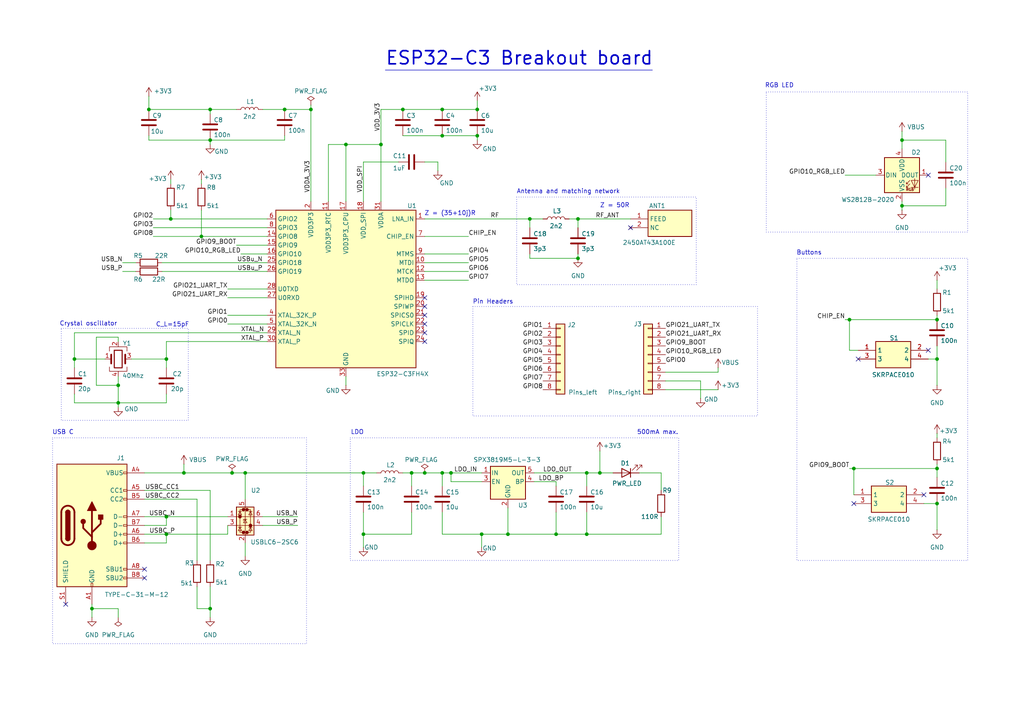
<source format=kicad_sch>
(kicad_sch (version 20250114) (generator "eeschema") (generator_version "9.0")
  (paper "A4")
  (title_block (title "ESP32-C3 Breakout board") (rev "0.1"))
  (lib_symbols
    (symbol "2450AT43A100E:2450AT43A100E"
      (property "Reference" "ANT" (at 19.05 7.62 0))
      (property "Value" "2450AT43A100E" (at 19.05 5.08 0))
      (symbol "2450AT43A100E_1_1"
        (pin input line (at 0 0 0) (length 5.08) (name "FEED") (number "1"))
        (pin no_connect line (at 0 -2.54 0) (length 5.08) (name "NC") (number "2"))
      )
    )
    (symbol "Connector:USB_C_Receptacle_USB2.0_16P" (pin_names (offset 1.016))
      (property "Reference" "J1" (at 8.382 19.558 0))
      (property "Value" "TYPE-C-31-M-12" (at 12.954 -20.066 0))
      (symbol "USB_C_Receptacle_USB2.0_16P_1_1"
        (pin passive line (at -7.62 -22.86 90) (length 5.08) (name "SHIELD") (number "S1"))
        (pin passive line (at 0 -22.86 90) (length 5.08) (name "GND") (number "A1"))
        (pin passive line (at 0 -22.86 90) (length 5.08) (hide yes) (name "GND") (number "A12"))
        (pin passive line (at 0 -22.86 90) (length 5.08) (hide yes) (name "GND") (number "B1"))
        (pin passive line (at 0 -22.86 90) (length 5.08) (hide yes) (name "GND") (number "B12"))
        (pin passive line (at 15.24 15.24 180) (length 5.08) (name "VBUS") (number "A4"))
        (pin passive line (at 15.24 15.24 180) (length 5.08) (hide yes) (name "VBUS") (number "A9"))
        (pin passive line (at 15.24 15.24 180) (length 5.08) (hide yes) (name "VBUS") (number "B4"))
        (pin passive line (at 15.24 15.24 180) (length 5.08) (hide yes) (name "VBUS") (number "B9"))
        (pin bidirectional line (at 15.24 10.16 180) (length 5.08) (name "CC1") (number "A5"))
        (pin bidirectional line (at 15.24 7.62 180) (length 5.08) (name "CC2") (number "B5"))
        (pin bidirectional line (at 15.24 2.54 180) (length 5.08) (name "D-") (number "A7"))
        (pin bidirectional line (at 15.24 0 180) (length 5.08) (name "D-") (number "B7"))
        (pin bidirectional line (at 15.24 -2.54 180) (length 5.08) (name "D+") (number "A6"))
        (pin bidirectional line (at 15.24 -5.08 180) (length 5.08) (name "D+") (number "B6"))
        (pin bidirectional line (at 15.24 -12.7 180) (length 5.08) (name "SBU1") (number "A8"))
        (pin bidirectional line (at 15.24 -15.24 180) (length 5.08) (name "SBU2") (number "B8"))
      )
    )
    (symbol "Connector_Generic:Conn_01x08" (pin_names (offset 1.016) (hide yes))
      (property "Reference" "J" (at 0 10.16 0))
      (property "Value" "Conn_01x08" (at 0 -12.7 0))
      (symbol "Conn_01x08_1_1"
        (pin passive line (at -5.08 7.62 0) (length 3.81) (name "Pin_1") (number "1"))
        (pin passive line (at -5.08 5.08 0) (length 3.81) (name "Pin_2") (number "2"))
        (pin passive line (at -5.08 2.54 0) (length 3.81) (name "Pin_3") (number "3"))
        (pin passive line (at -5.08 0 0) (length 3.81) (name "Pin_4") (number "4"))
        (pin passive line (at -5.08 -2.54 0) (length 3.81) (name "Pin_5") (number "5"))
        (pin passive line (at -5.08 -5.08 0) (length 3.81) (name "Pin_6") (number "6"))
        (pin passive line (at -5.08 -7.62 0) (length 3.81) (name "Pin_7") (number "7"))
        (pin passive line (at -5.08 -10.16 0) (length 3.81) (name "Pin_8") (number "8"))
      )
    )
    (symbol "Device:C" (pin_numbers (hide yes)) (pin_names (offset 0.254))
      (property "Reference" "C" (at 0.635 2.54 0))
      (property "Value" "C" (at 0.635 -2.54 0))
      (symbol "C_1_1"
        (pin passive line (at 0 3.81 270) (length 2.794) (name "~") (number "1"))
        (pin passive line (at 0 -3.81 90) (length 2.794) (name "~") (number "2"))
      )
    )
    (symbol "Device:Crystal_GND24" (pin_names (offset 1.016) (hide yes))
      (property "Reference" "Y" (at 3.175 5.08 0))
      (property "Value" "Crystal_GND24" (at 3.175 3.175 0))
      (symbol "Crystal_GND24_1_1"
        (pin passive line (at -3.81 0 0) (length 1.27) (name "1") (number "1"))
        (pin passive line (at 0 5.08 270) (length 1.27) (name "2") (number "2"))
        (pin passive line (at 0 -5.08 90) (length 1.27) (name "4") (number "4"))
        (pin passive line (at 3.81 0 180) (length 1.27) (name "3") (number "3"))
      )
    )
    (symbol "Device:L" (pin_numbers (hide yes)) (pin_names (offset 1.016) (hide yes))
      (property "Reference" "L" (at -1.27 0 90))
      (property "Value" "L" (at 1.905 0 90))
      (symbol "L_1_1"
        (pin passive line (at 0 3.81 270) (length 1.27) (name "1") (number "1"))
        (pin passive line (at 0 -3.81 90) (length 1.27) (name "2") (number "2"))
      )
    )
    (symbol "Device:LED" (pin_numbers (hide yes)) (pin_names (offset 1.016) (hide yes))
      (property "Reference" "D" (at 0 2.54 0))
      (property "Value" "LED" (at 0 -2.54 0))
      (symbol "LED_1_1"
        (pin passive line (at -3.81 0 0) (length 2.54) (name "K") (number "1"))
        (pin passive line (at 3.81 0 180) (length 2.54) (name "A") (number "2"))
      )
    )
    (symbol "Device:R" (pin_numbers (hide yes)) (pin_names (offset 0))
      (property "Reference" "R" (at 2.032 0 90))
      (property "Value" "R" (at 0 0 90))
      (symbol "R_1_1"
        (pin passive line (at 0 3.81 270) (length 1.27) (name "~") (number "1"))
        (pin passive line (at 0 -3.81 90) (length 1.27) (name "~") (number "2"))
      )
    )
    (symbol "LED:WS2812B-2020" (pin_names (offset 0.254))
      (property "Reference" "D" (at 5.08 5.715 0))
      (property "Value" "WS2812B-2020" (at 1.27 -5.715 0))
      (symbol "WS2812B-2020_0_0"
        (text "RGB" (at 2.286 -4.191 0) (effects (font (size 0.762 0.762))))
      )
      (symbol "WS2812B-2020_1_1"
        (pin input line (at -7.62 0 0) (length 2.54) (name "DIN") (number "3"))
        (pin power_in line (at 0 7.62 270) (length 2.54) (name "VDD") (number "4"))
        (pin power_in line (at 0 -7.62 90) (length 2.54) (name "VSS") (number "2"))
        (pin output line (at 7.62 0 180) (length 2.54) (name "DOUT") (number "1"))
      )
    )
    (symbol "MCU_Espressif:ESP32-C3"
      (property "Reference" "U" (at -17.272 23.876 0))
      (property "Value" "ESP32-C3" (at 16.256 23.876 0))
      (symbol "ESP32-C3_1_1"
        (pin bidirectional line (at -22.86 20.32 0) (length 2.54) (name "GPIO2") (number "6"))
        (pin bidirectional line (at -22.86 17.78 0) (length 2.54) (name "GPIO3") (number "8"))
        (pin bidirectional line (at -22.86 15.24 0) (length 2.54) (name "GPIO8") (number "14"))
        (pin bidirectional line (at -22.86 12.7 0) (length 2.54) (name "GPIO9") (number "15"))
        (pin bidirectional line (at -22.86 10.16 0) (length 2.54) (name "GPIO10") (number "16"))
        (pin bidirectional line (at -22.86 7.62 0) (length 2.54) (name "GPIO18") (number "25"))
        (pin bidirectional line (at -22.86 5.08 0) (length 2.54) (name "GPIO19") (number "26"))
        (pin bidirectional line (at -22.86 0 0) (length 2.54) (name "U0TXD") (number "28"))
        (pin bidirectional line (at -22.86 -2.54 0) (length 2.54) (name "U0RXD") (number "27"))
        (pin bidirectional line (at -22.86 -7.62 0) (length 2.54) (name "XTAL_32K_P") (number "4"))
        (pin bidirectional line (at -22.86 -10.16 0) (length 2.54) (name "XTAL_32K_N") (number "5"))
        (pin bidirectional line (at -22.86 -12.7 0) (length 2.54) (name "XTAL_N") (number "29"))
        (pin bidirectional line (at -22.86 -15.24 0) (length 2.54) (name "XTAL_P") (number "30"))
        (pin power_in line (at -10.16 25.4 270) (length 2.54) (name "VDD3P3") (number "2"))
        (pin passive line (at -10.16 25.4 270) (length 2.54) (hide yes) (name "VDD3P3") (number "3"))
        (pin power_in line (at -5.08 25.4 270) (length 2.54) (name "VDD3P3_RTC") (number "11"))
        (pin power_in line (at 0 25.4 270) (length 2.54) (name "VDD3P3_CPU") (number "17"))
        (pin power_in line (at 0 -25.4 90) (length 2.54) (name "GND") (number "33"))
        (pin power_out line (at 5.08 25.4 270) (length 2.54) (name "VDD_SPI") (number "18"))
        (pin power_in line (at 10.16 25.4 270) (length 2.54) (name "VDDA") (number "31"))
        (pin passive line (at 10.16 25.4 270) (length 2.54) (hide yes) (name "VDDA") (number "32"))
        (pin bidirectional line (at 22.86 20.32 180) (length 2.54) (name "LNA_IN") (number "1"))
        (pin bidirectional line (at 22.86 15.24 180) (length 2.54) (name "CHIP_EN") (number "7"))
        (pin bidirectional line (at 22.86 10.16 180) (length 2.54) (name "MTMS") (number "9"))
        (pin bidirectional line (at 22.86 7.62 180) (length 2.54) (name "MTDI") (number "10"))
        (pin bidirectional line (at 22.86 5.08 180) (length 2.54) (name "MTCK") (number "12"))
        (pin bidirectional line (at 22.86 2.54 180) (length 2.54) (name "MTDO") (number "13"))
        (pin bidirectional line (at 22.86 -2.54 180) (length 2.54) (name "SPIHD") (number "19"))
        (pin bidirectional line (at 22.86 -5.08 180) (length 2.54) (name "SPIWP") (number "20"))
        (pin bidirectional line (at 22.86 -7.62 180) (length 2.54) (name "SPICS0") (number "21"))
        (pin bidirectional line (at 22.86 -10.16 180) (length 2.54) (name "SPICLK") (number "22"))
        (pin bidirectional line (at 22.86 -12.7 180) (length 2.54) (name "SPID") (number "23"))
        (pin bidirectional line (at 22.86 -15.24 180) (length 2.54) (name "SPIQ") (number "24"))
      )
    )
    (symbol "Power_Protection:USBLC6-2SC6" (pin_names (hide yes))
      (property "Reference" "U" (at 0.635 5.715 0))
      (property "Value" "USBLC6-2SC6" (at 0.635 3.81 0))
      (symbol "USBLC6-2SC6_1_1"
        (pin passive line (at -5.08 0 0) (length 2.54) (name "I/O1") (number "1"))
        (pin passive line (at -5.08 -2.54 0) (length 2.54) (name "I/O2") (number "3"))
        (pin passive line (at 0 5.08 270) (length 2.54) (name "VBUS") (number "5"))
        (pin passive line (at 0 -7.62 90) (length 2.54) (name "GND") (number "2"))
        (pin passive line (at 5.08 0 180) (length 2.54) (name "I/O1") (number "6"))
        (pin passive line (at 5.08 -2.54 180) (length 2.54) (name "I/O2") (number "4"))
      )
    )
    (symbol "Regulator_Linear:SPX3819M5-L-3-3" (pin_names (offset 0.254))
      (property "Reference" "U" (at -3.81 5.715 0))
      (property "Value" "SPX3819M5-L-3-3" (at 0 5.715 0))
      (symbol "SPX3819M5-L-3-3_1_1"
        (pin power_in line (at -7.62 2.54 0) (length 2.54) (name "IN") (number "1"))
        (pin input line (at -7.62 0 0) (length 2.54) (name "EN") (number "3"))
        (pin power_in line (at 0 -7.62 90) (length 2.54) (name "GND") (number "2"))
        (pin power_out line (at 7.62 2.54 180) (length 2.54) (name "OUT") (number "5"))
        (pin input line (at 7.62 0 180) (length 2.54) (name "BP") (number "4"))
      )
    )
    (symbol "SKRPARE010:SKRPARE010"
      (property "Reference" "S" (at 16.51 7.62 0))
      (property "Value" "SKRPARE010" (at 16.51 5.08 0))
      (symbol "SKRPARE010_1_1"
        (pin passive line (at 0 0 0) (length 5.08) (name "1") (number "1"))
        (pin passive line (at 0 -2.54 0) (length 5.08) (name "3") (number "3"))
        (pin passive line (at 20.32 0 180) (length 5.08) (name "2") (number "2"))
        (pin passive line (at 20.32 -2.54 180) (length 5.08) (name "4") (number "4"))
      )
    )
    (symbol "power:+3V3" (power) (pin_numbers (hide yes)) (pin_names (offset 0) (hide yes))
      (property "Value" "+3V3" (at 0 3.556 0))
      (symbol "+3V3_1_1"
        (pin power_in line (at 0 0 90) (length 0) (name "~") (number "1"))
      )
    )
    (symbol "power:GND" (power) (pin_numbers (hide yes)) (pin_names (offset 0) (hide yes))
      (property "Value" "GND" (at 0 -3.81 0))
      (symbol "GND_1_1"
        (pin power_in line (at 0 0 270) (length 0) (name "~") (number "1"))
      )
    )
    (symbol "power:PWR_FLAG" (power) (pin_numbers (hide yes)) (pin_names (offset 0) (hide yes))
      (property "Value" "PWR_FLAG" (at 0 3.81 0))
      (symbol "PWR_FLAG_0_0"
        (pin power_out line (at 0 0 90) (length 0) (name "~") (number "1"))
      )
    )
    (symbol "power:VBUS" (power) (pin_numbers (hide yes)) (pin_names (offset 0) (hide yes))
      (property "Value" "VBUS" (at 0 3.556 0))
      (symbol "VBUS_1_1"
        (pin power_in line (at 0 0 90) (length 0) (name "~") (number "1"))
      )
    )
  )
  (rectangle (start 222.25 26.67) (end 280.67 67.31) (stroke (width 0) (type dot)))
  (rectangle (start 17.78 95.25) (end 54.61 121.92) (stroke (width 0) (type dot)))
  (rectangle (start 231.14 74.93) (end 280.67 162.56) (stroke (width 0) (type dot)))
  (rectangle (start 101.6 127) (end 196.85 162.56) (stroke (width 0) (type dot)))
  (rectangle (start 137.16 88.9) (end 219.71 120.65) (stroke (width 0) (type dot)))
  (rectangle (start 149.86 57.15) (end 201.93 82.55) (stroke (width 0) (type dot)))
  (rectangle (start 15.24 127) (end 88.9 186.69) (stroke (width 0) (type dot)))
  (text "Buttons" (at 234.696 73.406 0) (effects (font (size 1.27 1.27))))
  (text "USB C" (at 18.288 125.476 0) (effects (font (size 1.27 1.27))))
  (text "RGB LED" (at 226.06 24.892 0) (effects (font (size 1.27 1.27))))
  (text "ESP32-C3 Breakout board" (at 150.622 17.018 0) (effects (font (size 3.81 3.81) (thickness 0.4763))))
  (text "500mA max." (at 190.754 125.476 0) (effects (font (size 1.27 1.27))))
  (text "Z = (35+10j)R" (at 130.556 61.976 0) (effects (font (size 1.27 1.27))))
  (text "Antenna and matching network" (at 164.846 55.626 0) (effects (font (size 1.27 1.27))))
  (text "LDO" (at 103.632 125.476 0) (effects (font (size 1.27 1.27))))
  (text "Pin Headers" (at 143.002 87.63 0) (effects (font (size 1.27 1.27))))
  (text "Crystal oscillator" (at 25.654 93.98 0) (effects (font (size 1.27 1.27))))
  (text "Z = 50R" (at 178.308 59.69 0) (effects (font (size 1.27 1.27))))
  (text "C_L=15pF" (at 50.038 94.234 0) (effects (font (size 1.27 1.27))))
  (junction (at 130.81 137.16))
  (junction (at 261.62 59.69))
  (junction (at 173.99 137.16))
  (junction (at 48.26 149.86))
  (junction (at 116.84 31.75))
  (junction (at 167.64 74.93))
  (junction (at 170.18 154.94))
  (junction (at 105.41 154.94))
  (junction (at 60.96 31.75))
  (junction (at 271.78 146.05))
  (junction (at 247.65 135.89))
  (junction (at 48.26 104.14))
  (junction (at 167.64 63.5))
  (junction (at 26.67 176.53))
  (junction (at 100.33 41.91))
  (junction (at 110.49 41.91))
  (junction (at 48.26 154.94))
  (junction (at 105.41 137.16))
  (junction (at 82.55 31.75))
  (junction (at 261.62 40.64))
  (junction (at 43.18 31.75))
  (junction (at 128.27 31.75))
  (junction (at 67.31 137.16))
  (junction (at 138.43 31.75))
  (junction (at 34.29 111.76))
  (junction (at 90.17 31.75))
  (junction (at 153.67 63.5))
  (junction (at 71.12 137.16))
  (junction (at 53.34 137.16))
  (junction (at 58.42 68.58))
  (junction (at 170.18 137.16))
  (junction (at 123.19 137.16))
  (junction (at 60.96 176.53))
  (junction (at 49.53 63.5))
  (junction (at 246.38 92.71))
  (junction (at 138.43 39.37))
  (junction (at 139.7 154.94))
  (junction (at 128.27 39.37))
  (junction (at 21.59 104.14))
  (junction (at 271.78 104.14))
  (junction (at 271.78 92.71))
  (junction (at 119.38 137.16))
  (junction (at 128.27 137.16))
  (junction (at 34.29 116.84))
  (junction (at 147.32 154.94))
  (junction (at 161.29 154.94))
  (junction (at 60.96 40.64))
  (junction (at 271.78 135.89))
  (no_connect (at 41.91 165.1))
  (no_connect (at 269.24 50.8))
  (no_connect (at 41.91 167.64))
  (no_connect (at 123.19 91.44))
  (no_connect (at 123.19 88.9))
  (no_connect (at 123.19 86.36))
  (no_connect (at 269.24 101.6))
  (no_connect (at 123.19 93.98))
  (no_connect (at 19.05 175.26))
  (no_connect (at 182.88 66.04))
  (no_connect (at 267.97 143.51))
  (no_connect (at 123.19 99.06))
  (no_connect (at 123.19 96.52))
  (no_connect (at 248.92 104.14))
  (no_connect (at 247.65 146.05))
  (wire (pts (xy 66.04 86.36) (xy 77.47 86.36)))
  (wire (pts (xy 48.26 104.14) (xy 48.26 106.68)))
  (wire (pts (xy 44.45 68.58) (xy 58.42 68.58)))
  (wire (pts (xy 191.77 137.16) (xy 185.42 137.16)))
  (wire (pts (xy 41.91 144.78) (xy 57.15 144.78)))
  (wire (pts (xy 153.67 66.04) (xy 153.67 63.5)))
  (wire (pts (xy 110.49 41.91) (xy 110.49 31.75)))
  (wire (pts (xy 135.89 68.58) (xy 123.19 68.58)))
  (wire (pts (xy 26.67 176.53) (xy 34.29 176.53)))
  (wire (pts (xy 66.04 93.98) (xy 77.47 93.98)))
  (wire (pts (xy 44.45 63.5) (xy 49.53 63.5)))
  (wire (pts (xy 167.64 63.5) (xy 182.88 63.5)))
  (wire (pts (xy 105.41 46.99) (xy 115.57 46.99)))
  (wire (pts (xy 128.27 154.94) (xy 128.27 148.59)))
  (wire (pts (xy 48.26 116.84) (xy 48.26 114.3)))
  (wire (pts (xy 43.18 27.94) (xy 43.18 31.75)))
  (wire (pts (xy 105.41 140.97) (xy 105.41 137.16)))
  (wire (pts (xy 26.67 176.53) (xy 26.67 179.07)))
  (wire (pts (xy 21.59 104.14) (xy 30.48 104.14)))
  (wire (pts (xy 66.04 83.82) (xy 77.47 83.82)))
  (wire (pts (xy 71.12 137.16) (xy 71.12 144.78)))
  (wire (pts (xy 274.32 54.61) (xy 274.32 59.69)))
  (wire (pts (xy 247.65 135.89) (xy 271.78 135.89)))
  (wire (pts (xy 271.78 81.28) (xy 271.78 83.82)))
  (wire (pts (xy 271.78 125.73) (xy 271.78 127)))
  (wire (pts (xy 139.7 154.94) (xy 128.27 154.94)))
  (wire (pts (xy 191.77 149.86) (xy 191.77 154.94)))
  (wire (pts (xy 170.18 148.59) (xy 170.18 154.94)))
  (wire (pts (xy 90.17 30.48) (xy 90.17 31.75)))
  (wire (pts (xy 261.62 59.69) (xy 261.62 60.96)))
  (wire (pts (xy 261.62 58.42) (xy 261.62 59.69)))
  (wire (pts (xy 274.32 46.99) (xy 274.32 40.64)))
  (wire (pts (xy 173.99 137.16) (xy 177.8 137.16)))
  (wire (pts (xy 246.38 92.71) (xy 246.38 101.6)))
  (wire (pts (xy 271.78 91.44) (xy 271.78 92.71)))
  (wire (pts (xy 58.42 68.58) (xy 77.47 68.58)))
  (wire (pts (xy 49.53 60.96) (xy 49.53 63.5)))
  (wire (pts (xy 60.96 142.24) (xy 60.96 162.56)))
  (wire (pts (xy 119.38 140.97) (xy 119.38 137.16)))
  (wire (pts (xy 170.18 154.94) (xy 161.29 154.94)))
  (wire (pts (xy 271.78 134.62) (xy 271.78 135.89)))
  (wire (pts (xy 34.29 97.79) (xy 27.94 97.79)))
  (wire (pts (xy 130.81 137.16) (xy 130.81 139.7)))
  (wire (pts (xy 123.19 78.74) (xy 135.89 78.74)))
  (wire (pts (xy 41.91 137.16) (xy 53.34 137.16)))
  (wire (pts (xy 123.19 137.16) (xy 128.27 137.16)))
  (wire (pts (xy 127 46.99) (xy 123.19 46.99)))
  (wire (pts (xy 43.18 40.64) (xy 60.96 40.64)))
  (wire (pts (xy 100.33 41.91) (xy 110.49 41.91)))
  (wire (pts (xy 110.49 31.75) (xy 116.84 31.75)))
  (wire (pts (xy 34.29 99.06) (xy 34.29 97.79)))
  (wire (pts (xy 271.78 104.14) (xy 271.78 100.33)))
  (wire (pts (xy 123.19 81.28) (xy 135.89 81.28)))
  (wire (pts (xy 274.32 59.69) (xy 261.62 59.69)))
  (wire (pts (xy 261.62 38.1) (xy 261.62 40.64)))
  (wire (pts (xy 261.62 40.64) (xy 261.62 43.18)))
  (wire (pts (xy 271.78 104.14) (xy 271.78 111.76)))
  (wire (pts (xy 128.27 39.37) (xy 138.43 39.37)))
  (wire (pts (xy 76.2 152.4) (xy 86.36 152.4)))
  (wire (pts (xy 95.25 41.91) (xy 95.25 58.42)))
  (wire (pts (xy 161.29 148.59) (xy 161.29 154.94)))
  (wire (pts (xy 21.59 106.68) (xy 21.59 104.14)))
  (wire (pts (xy 173.99 130.81) (xy 173.99 137.16)))
  (polyline (pts (xy 111.76 20.32) (xy 189.23 20.32)))
  (wire (pts (xy 246.38 92.71) (xy 271.78 92.71)))
  (wire (pts (xy 139.7 154.94) (xy 139.7 158.75)))
  (wire (pts (xy 69.85 73.66) (xy 77.47 73.66)))
  (wire (pts (xy 167.64 66.04) (xy 167.64 63.5)))
  (wire (pts (xy 34.29 179.07) (xy 34.29 176.53)))
  (wire (pts (xy 267.97 146.05) (xy 271.78 146.05)))
  (wire (pts (xy 48.26 149.86) (xy 66.04 149.86)))
  (wire (pts (xy 67.31 137.16) (xy 71.12 137.16)))
  (wire (pts (xy 41.91 157.48) (xy 48.26 157.48)))
  (wire (pts (xy 48.26 149.86) (xy 48.26 152.4)))
  (wire (pts (xy 82.55 31.75) (xy 90.17 31.75)))
  (wire (pts (xy 193.04 107.95) (xy 208.28 107.95)))
  (wire (pts (xy 76.2 149.86) (xy 86.36 149.86)))
  (wire (pts (xy 245.11 92.71) (xy 246.38 92.71)))
  (wire (pts (xy 43.18 40.64) (xy 43.18 39.37)))
  (wire (pts (xy 49.53 52.07) (xy 49.53 53.34)))
  (wire (pts (xy 147.32 154.94) (xy 139.7 154.94)))
  (wire (pts (xy 269.24 104.14) (xy 271.78 104.14)))
  (wire (pts (xy 123.19 63.5) (xy 153.67 63.5)))
  (wire (pts (xy 53.34 137.16) (xy 67.31 137.16)))
  (wire (pts (xy 154.94 137.16) (xy 170.18 137.16)))
  (wire (pts (xy 82.55 40.64) (xy 82.55 39.37)))
  (wire (pts (xy 161.29 139.7) (xy 161.29 140.97)))
  (wire (pts (xy 57.15 144.78) (xy 57.15 162.56)))
  (wire (pts (xy 26.67 175.26) (xy 26.67 176.53)))
  (wire (pts (xy 27.94 97.79) (xy 27.94 111.76)))
  (wire (pts (xy 46.99 76.2) (xy 77.47 76.2)))
  (wire (pts (xy 35.56 76.2) (xy 39.37 76.2)))
  (wire (pts (xy 90.17 31.75) (xy 90.17 58.42)))
  (wire (pts (xy 77.47 66.04) (xy 44.45 66.04)))
  (wire (pts (xy 170.18 154.94) (xy 191.77 154.94)))
  (wire (pts (xy 116.84 39.37) (xy 128.27 39.37)))
  (wire (pts (xy 123.19 73.66) (xy 135.89 73.66)))
  (wire (pts (xy 193.04 113.03) (xy 208.28 113.03)))
  (wire (pts (xy 161.29 154.94) (xy 147.32 154.94)))
  (wire (pts (xy 34.29 109.22) (xy 34.29 111.76)))
  (wire (pts (xy 110.49 41.91) (xy 110.49 58.42)))
  (wire (pts (xy 57.15 176.53) (xy 60.96 176.53)))
  (wire (pts (xy 48.26 99.06) (xy 48.26 104.14)))
  (wire (pts (xy 105.41 137.16) (xy 109.22 137.16)))
  (wire (pts (xy 100.33 109.22) (xy 100.33 111.76)))
  (wire (pts (xy 245.11 50.8) (xy 254 50.8)))
  (wire (pts (xy 68.58 71.12) (xy 77.47 71.12)))
  (wire (pts (xy 60.96 170.18) (xy 60.96 176.53)))
  (wire (pts (xy 41.91 154.94) (xy 48.26 154.94)))
  (wire (pts (xy 246.38 135.89) (xy 247.65 135.89)))
  (wire (pts (xy 48.26 154.94) (xy 48.26 157.48)))
  (wire (pts (xy 105.41 46.99) (xy 105.41 58.42)))
  (wire (pts (xy 247.65 135.89) (xy 247.65 143.51)))
  (wire (pts (xy 119.38 137.16) (xy 123.19 137.16)))
  (wire (pts (xy 43.18 31.75) (xy 60.96 31.75)))
  (wire (pts (xy 58.42 52.07) (xy 58.42 53.34)))
  (wire (pts (xy 193.04 110.49) (xy 203.2 110.49)))
  (wire (pts (xy 58.42 60.96) (xy 58.42 68.58)))
  (wire (pts (xy 123.19 76.2) (xy 135.89 76.2)))
  (wire (pts (xy 138.43 29.21) (xy 138.43 31.75)))
  (wire (pts (xy 53.34 134.62) (xy 53.34 137.16)))
  (wire (pts (xy 127 46.99) (xy 127 49.53)))
  (wire (pts (xy 105.41 158.75) (xy 105.41 154.94)))
  (wire (pts (xy 41.91 149.86) (xy 48.26 149.86)))
  (wire (pts (xy 130.81 137.16) (xy 139.7 137.16)))
  (wire (pts (xy 191.77 142.24) (xy 191.77 137.16)))
  (wire (pts (xy 34.29 116.84) (xy 48.26 116.84)))
  (wire (pts (xy 153.67 74.93) (xy 167.64 74.93)))
  (wire (pts (xy 116.84 137.16) (xy 119.38 137.16)))
  (wire (pts (xy 271.78 138.43) (xy 271.78 135.89)))
  (wire (pts (xy 60.96 40.64) (xy 60.96 41.91)))
  (wire (pts (xy 60.96 31.75) (xy 68.58 31.75)))
  (wire (pts (xy 60.96 31.75) (xy 60.96 33.02)))
  (wire (pts (xy 48.26 154.94) (xy 66.04 154.94)))
  (wire (pts (xy 154.94 139.7) (xy 161.29 139.7)))
  (wire (pts (xy 46.99 78.74) (xy 77.47 78.74)))
  (wire (pts (xy 41.91 142.24) (xy 60.96 142.24)))
  (wire (pts (xy 170.18 137.16) (xy 173.99 137.16)))
  (wire (pts (xy 21.59 96.52) (xy 21.59 104.14)))
  (wire (pts (xy 27.94 111.76) (xy 34.29 111.76)))
  (wire (pts (xy 21.59 96.52) (xy 77.47 96.52)))
  (wire (pts (xy 105.41 154.94) (xy 105.41 148.59)))
  (wire (pts (xy 76.2 31.75) (xy 82.55 31.75)))
  (wire (pts (xy 66.04 154.94) (xy 66.04 152.4)))
  (wire (pts (xy 66.04 91.44) (xy 77.47 91.44)))
  (wire (pts (xy 21.59 114.3) (xy 21.59 116.84)))
  (wire (pts (xy 153.67 73.66) (xy 153.67 74.93)))
  (wire (pts (xy 35.56 78.74) (xy 39.37 78.74)))
  (wire (pts (xy 138.43 39.37) (xy 138.43 40.64)))
  (wire (pts (xy 153.67 63.5) (xy 157.48 63.5)))
  (wire (pts (xy 167.64 74.93) (xy 167.64 73.66)))
  (wire (pts (xy 271.78 146.05) (xy 271.78 153.67)))
  (wire (pts (xy 57.15 170.18) (xy 57.15 176.53)))
  (wire (pts (xy 34.29 116.84) (xy 34.29 118.11)))
  (wire (pts (xy 274.32 40.64) (xy 261.62 40.64)))
  (wire (pts (xy 60.96 176.53) (xy 60.96 179.07)))
  (wire (pts (xy 119.38 154.94) (xy 105.41 154.94)))
  (wire (pts (xy 128.27 137.16) (xy 130.81 137.16)))
  (wire (pts (xy 128.27 140.97) (xy 128.27 137.16)))
  (wire (pts (xy 165.1 63.5) (xy 167.64 63.5)))
  (wire (pts (xy 60.96 40.64) (xy 82.55 40.64)))
  (wire (pts (xy 139.7 139.7) (xy 130.81 139.7)))
  (wire (pts (xy 100.33 41.91) (xy 100.33 58.42)))
  (wire (pts (xy 71.12 157.48) (xy 71.12 161.29)))
  (wire (pts (xy 71.12 137.16) (xy 105.41 137.16)))
  (wire (pts (xy 147.32 147.32) (xy 147.32 154.94)))
  (wire (pts (xy 49.53 63.5) (xy 77.47 63.5)))
  (wire (pts (xy 48.26 152.4) (xy 41.91 152.4)))
  (wire (pts (xy 34.29 111.76) (xy 34.29 116.84)))
  (wire (pts (xy 38.1 104.14) (xy 48.26 104.14)))
  (wire (pts (xy 119.38 148.59) (xy 119.38 154.94)))
  (wire (pts (xy 95.25 41.91) (xy 100.33 41.91)))
  (wire (pts (xy 77.47 99.06) (xy 48.26 99.06)))
  (wire (pts (xy 128.27 31.75) (xy 138.43 31.75)))
  (wire (pts (xy 116.84 31.75) (xy 128.27 31.75)))
  (wire (pts (xy 246.38 101.6) (xy 248.92 101.6)))
  (wire (pts (xy 170.18 137.16) (xy 170.18 140.97)))
  (wire (pts (xy 208.28 107.95) (xy 208.28 106.68)))
  (wire (pts (xy 21.59 116.84) (xy 34.29 116.84)))
  (wire (pts (xy 203.2 110.49) (xy 203.2 115.57)))
  (label "GPIO10_RGB_LED" (at 193.04 102.87 0))
  (label "VDDA_3V3" (at 90.17 55.88 90))
  (label "RF" (at 142.24 63.5 0))
  (label "GPIO9_BOOT" (at 193.04 100.33 0))
  (label "GPIO1" (at 66.04 91.44 180))
  (label "GPIO3" (at 44.45 66.04 180))
  (label "GPIO5" (at 135.89 76.2 0))
  (label "GPIO4" (at 135.89 73.66 0))
  (label "GPIO6" (at 135.89 78.74 0))
  (label "VDD_SPI" (at 105.41 55.88 90))
  (label "GPIO0" (at 66.04 93.98 180))
  (label "USB_P" (at 35.56 78.74 180))
  (label "GPIO21_UART_TX" (at 193.04 95.25 0))
  (label "GPIO10_RGB_LED" (at 69.85 73.66 180))
  (label "USBu_N" (at 76.2 76.2 180))
  (label "GPIO21_UART_RX" (at 66.04 86.36 180))
  (label "GPIO9_BOOT" (at 68.58 71.12 180))
  (label "USBC_P" (at 50.8 154.94 180))
  (label "CHIP_EN" (at 135.89 68.58 0))
  (label "USB_P" (at 86.36 152.4 180))
  (label "CHIP_EN" (at 245.11 92.71 180))
  (label "GPIO7" (at 157.48 110.49 180))
  (label "GPIO2" (at 44.45 63.5 180))
  (label "USBu_P" (at 76.2 78.74 180))
  (label "GPIO2" (at 157.48 97.79 180))
  (label "GPIO6" (at 157.48 107.95 180))
  (label "GPIO8" (at 157.48 113.03 180))
  (label "GPIO8" (at 44.45 68.58 180))
  (label "GPIO3" (at 157.48 100.33 180))
  (label "GPIO21_UART_RX" (at 193.04 97.79 0))
  (label "LDO_BP" (at 156.21 139.7 0))
  (label "LDO_OUT" (at 157.48 137.16 0))
  (label "USBC_N" (at 50.8 149.86 180))
  (label "XTAL_N" (at 69.85 96.52 0))
  (label "GPIO1" (at 157.48 95.25 180))
  (label "VDD_3V3" (at 110.49 38.1 90))
  (label "LDO_IN" (at 138.43 137.16 180))
  (label "GPIO7" (at 135.89 81.28 0))
  (label "XTAL_P" (at 69.85 99.06 0))
  (label "USB_N" (at 86.36 149.86 180))
  (label "RF_ANT" (at 172.72 63.5 0))
  (label "USB_N" (at 35.56 76.2 180))
  (label "USBC_CC1" (at 52.07 142.24 180))
  (label "GPIO10_RGB_LED" (at 245.11 50.8 180))
  (label "GPIO21_UART_TX" (at 66.04 83.82 180))
  (label "GPIO4" (at 157.48 102.87 180))
  (label "GPIO9_BOOT" (at 246.38 135.89 180))
  (label "GPIO5" (at 157.48 105.41 180))
  (label "GPIO0" (at 193.04 105.41 0))
  (label "USBC_CC2" (at 52.07 144.78 180))
  (symbol (lib_id "power:VBUS") (at 261.62 38.1 0) (unit 1)
    (property "Reference" "#PWR023" (effects (hide yes)))
    (property "Value" "VBUS" (at 265.684 36.83 0))
    (property "Description" "Power symbol creates a global label with name \"VBUS\"" (effects (hide yes)))
  )
  (symbol (lib_id "Device:C") (at 271.78 142.24 0) (unit 1)
    (property "Reference" "C12" (at 272.796 140.208 0) (effects (justify left)))
    (property "Value" "100n" (at 272.796 144.526 0) (effects (justify left)))
    (property "Footprint" "No_silkscreen:C_0402_1005Metric" (effects (hide yes)))
    (property "Description" "Unpolarized capacitor" (effects (hide yes)))
  )
  (symbol (lib_id "Connector:USB_C_Receptacle_USB2.0_16P") (at 26.67 152.4 0) (unit 1)
    (property "Reference" "J1" (at 35.052 132.842 0))
    (property "Value" "TYPE-C-31-M-12" (at 39.624 172.466 0))
    (property "Footprint" "TYPE-C-31-M-12:HRO_TYPE-C-31-M-12" (effects (hide yes)))
    (property "Datasheet" "https://www.usb.org/sites/default/files/documents/usb_type-c.zip" (effects (hide yes)))
    (property "Description" "USB 2.0-only 16P Type-C Receptacle connector" (effects (hide yes)))
  )
  (symbol (lib_id "Connector_Generic:Conn_01x08") (at 162.56 102.87 0) (unit 1)
    (property "Reference" "J2" (at 164.592 94.234 0) (effects (justify left)))
    (property "Value" "Pins_left" (at 164.846 113.792 0) (effects (justify left)))
    (property "Footprint" "No_silkscreen:PinHeader_1x08_P2.54mm_Vertical" (effects (hide yes)))
    (property "Description" "Generic connector, single row, 01x08, script generated (kicad-library-utils/schlib/autogen/connector/)" (effects (hide yes)))
  )
  (symbol (lib_id "power:+3V3") (at 271.78 125.73 0) (unit 1)
    (property "Reference" "#PWR012" (effects (hide yes)))
    (property "Value" "+3V3" (at 275.082 124.968 0))
    (property "Description" "Power symbol creates a global label with name \"+3V3\"" (effects (hide yes)))
  )
  (symbol (lib_id "power:+3V3") (at 208.28 113.03 0) (unit 1)
    (property "Reference" "#PWR026" (effects (hide yes)))
    (property "Value" "+3V3" (at 211.836 111.76 0))
    (property "Description" "Power symbol creates a global label with name \"+3V3\"" (effects (hide yes)))
  )
  (symbol (lib_id "power:+3V3") (at 58.42 52.07 0) (unit 1)
    (property "Reference" "#PWR018" (effects (hide yes)))
    (property "Value" "+3V3" (at 61.722 51.308 0))
    (property "Description" "Power symbol creates a global label with name \"+3V3\"" (effects (hide yes)))
  )
  (symbol (lib_id "Device:C") (at 119.38 46.99 90) (unit 1)
    (property "Reference" "C11" (at 117.856 45.212 90) (effects (justify left)))
    (property "Value" "1uF" (at 117.602 48.768 90) (effects (justify left)))
    (property "Footprint" "No_silkscreen:C_0402_1005Metric" (effects (hide yes)))
    (property "Description" "Unpolarized capacitor" (effects (hide yes)))
  )
  (symbol (lib_id "MCU_Espressif:ESP32-C3") (at 100.33 83.82 0) (unit 1)
    (property "Reference" "U1" (at 118.11 59.69 0) (effects (justify left)))
    (property "Value" "ESP32-C3FH4X" (at 109.22 108.458 0) (effects (justify left)))
    (property "Footprint" "Package_DFN_QFN:QFN-32-1EP_5x5mm_P0.5mm_EP3.7x3.7mm" (effects (hide yes)))
    (property "Datasheet" "https://www.espressif.com/sites/default/files/documentation/esp32-c3_datasheet_en.pdf" (effects (hide yes)))
    (property "Description" "RF Module, ESP32 SoC, RISC-V, WiFi 802.11b/n/g, Bluetooth LE 5, QFN32" (effects (hide yes)))
  )
  (symbol (lib_id "Device:R") (at 60.96 166.37 0) (unit 1)
    (property "Reference" "R2" (at 62.484 163.576 0) (effects (justify left)))
    (property "Value" "5k1" (at 62.484 168.91 0) (effects (justify left)))
    (property "Footprint" "No_silkscreen:R_0402_1005Metric" (effects (hide yes)))
    (property "Description" "Resistor" (effects (hide yes)))
  )
  (symbol (lib_id "Device:C") (at 274.32 50.8 0) (unit 1)
    (property "Reference" "C20" (at 275.336 48.768 0) (effects (justify left)))
    (property "Value" "100n" (at 275.336 53.086 0) (effects (justify left)))
    (property "Footprint" "No_silkscreen:C_0402_1005Metric" (effects (hide yes)))
    (property "Description" "Unpolarized capacitor" (effects (hide yes)))
  )
  (symbol (lib_id "Device:C") (at 43.18 35.56 0) (unit 1)
    (property "Reference" "C9" (at 44.196 33.528 0) (effects (justify left)))
    (property "Value" "10u" (at 43.688 38.1 0) (effects (justify left)))
    (property "Footprint" "No_silkscreen:C_0603_1608Metric" (effects (hide yes)))
    (property "Description" "Unpolarized capacitor" (effects (hide yes)))
  )
  (symbol (lib_id "Device:C") (at 128.27 144.78 0) (unit 1)
    (property "Reference" "C15" (at 129.286 142.748 0) (effects (justify left)))
    (property "Value" "10u" (at 129.286 147.066 0) (effects (justify left)))
    (property "Footprint" "No_silkscreen:C_0402_1005Metric" (effects (hide yes)))
    (property "Description" "Unpolarized capacitor" (effects (hide yes)))
  )
  (symbol (lib_id "power:VBUS") (at 208.28 106.68 0) (unit 1)
    (property "Reference" "#PWR024" (effects (hide yes)))
    (property "Value" "VBUS" (at 211.836 105.156 0))
    (property "Description" "Power symbol creates a global label with name \"VBUS\"" (effects (hide yes)))
  )
  (symbol (lib_id "power:GND") (at 60.96 41.91 0) (unit 1)
    (property "Reference" "#PWR04" (effects (hide yes)))
    (property "Value" "GND" (at 64.262 43.942 0))
    (property "Description" "Power symbol creates a global label with name \"GND\" , ground" (effects (hide yes)))
  )
  (symbol (lib_id "Device:C") (at 119.38 144.78 0) (unit 1)
    (property "Reference" "C14" (at 120.396 142.748 0) (effects (justify left)))
    (property "Value" "100n" (at 120.396 147.066 0) (effects (justify left)))
    (property "Footprint" "No_silkscreen:C_0402_1005Metric" (effects (hide yes)))
    (property "Description" "Unpolarized capacitor" (effects (hide yes)))
  )
  (symbol (lib_id "Device:R") (at 57.15 166.37 0) (unit 1)
    (property "Reference" "R3" (at 53.594 163.322 0) (effects (justify left)))
    (property "Value" "5k1" (at 52.324 169.164 0) (effects (justify left)))
    (property "Footprint" "No_silkscreen:R_0402_1005Metric" (effects (hide yes)))
    (property "Description" "Resistor" (effects (hide yes)))
  )
  (symbol (lib_id "Device:C") (at 82.55 35.56 0) (unit 1)
    (property "Reference" "C7" (at 83.566 33.528 0) (effects (justify left)))
    (property "Value" "100n" (at 83.566 37.846 0) (effects (justify left)))
    (property "Footprint" "No_silkscreen:C_0402_1005Metric" (effects (hide yes)))
    (property "Description" "Unpolarized capacitor" (effects (hide yes)))
  )
  (symbol (lib_id "power:GND") (at 60.96 179.07 0) (unit 1)
    (property "Reference" "#PWR011" (effects (hide yes)))
    (property "Value" "GND" (at 60.96 184.15 0))
    (property "Description" "Power symbol creates a global label with name \"GND\" , ground" (effects (hide yes)))
  )
  (symbol (lib_id "power:+3V3") (at 138.43 29.21 0) (unit 1)
    (property "Reference" "#PWR03" (effects (hide yes)))
    (property "Value" "+3V3" (at 141.478 25.654 0))
    (property "Description" "Power symbol creates a global label with name \"+3V3\"" (effects (hide yes)))
  )
  (symbol (lib_id "SKRPARE010:SKRPARE010") (at 248.92 101.6 0) (unit 1)
    (property "Reference" "S1" (at 259.334 98.044 0))
    (property "Value" "SKRPACE010" (at 259.08 108.712 0))
    (property "Footprint" "SKRPARE010:SKRPARE010" (effects (hide yes)))
    (property "Datasheet" "https://tech.alpsalpine.com/e/products/detail/SKRPARE010/" (effects (hide yes)))
    (property "Description" "Tactile Switches F=5N ,100M min. 100V DC for 1 min. 250V AC for 1 min. 50mA 16V DC , -40 to +90" (effects (hide yes)))
    (property "Height" "2.5" (effects (hide yes)))
    (property "Mouser Part Number" "688-SKRPARE010" (effects (hide yes)))
    (property "Mouser Price/Stock" "https://www.mouser.co.uk/ProductDetail/Alps-Alpine/SKRPARE010?qs=w%2Fv1CP2dgqqtJ13ywv6BaA%3D%3D" (effects (hide yes)))
    (property "Manufacturer_Name" "ALPS Electric" (effects (hide yes)))
    (property "Manufacturer_Part_Number" "SKRPARE010" (effects (hide yes)))
  )
  (symbol (lib_id "SKRPARE010:SKRPARE010") (at 247.65 143.51 0) (unit 1)
    (property "Reference" "S2" (at 258.064 139.954 0))
    (property "Value" "SKRPACE010" (at 257.81 150.622 0))
    (property "Footprint" "SKRPARE010:SKRPARE010" (effects (hide yes)))
    (property "Datasheet" "https://tech.alpsalpine.com/e/products/detail/SKRPARE010/" (effects (hide yes)))
    (property "Description" "Tactile Switches F=5N ,100M min. 100V DC for 1 min. 250V AC for 1 min. 50mA 16V DC , -40 to +90" (effects (hide yes)))
    (property "Height" "2.5" (effects (hide yes)))
    (property "Mouser Part Number" "688-SKRPARE010" (effects (hide yes)))
    (property "Mouser Price/Stock" "https://www.mouser.co.uk/ProductDetail/Alps-Alpine/SKRPARE010?qs=w%2Fv1CP2dgqqtJ13ywv6BaA%3D%3D" (effects (hide yes)))
    (property "Manufacturer_Name" "ALPS Electric" (effects (hide yes)))
    (property "Manufacturer_Part_Number" "SKRPARE010" (effects (hide yes)))
  )
  (symbol (lib_id "Device:Crystal_GND24") (at 34.29 104.14 0) (unit 1)
    (property "Reference" "Y1" (at 36.83 99.568 0))
    (property "Value" "40Mhz" (at 38.608 108.966 0))
    (property "Footprint" "No_silkscreen:Crystal_SMD_3225-4Pin_3.2x2.5mm" (effects (hide yes)))
    (property "Description" "Four pin crystal, GND on pins 2 and 4" (effects (hide yes)))
  )
  (symbol (lib_id "Device:R") (at 43.18 78.74 90) (unit 1)
    (property "Reference" "R6" (at 41.402 81.026 90) (effects (justify left)))
    (property "Value" "22R" (at 48.006 81.026 90) (effects (justify left)))
    (property "Footprint" "No_silkscreen:R_0402_1005Metric" (effects (hide yes)))
    (property "Description" "Resistor" (effects (hide yes)))
  )
  (symbol (lib_id "Device:R") (at 271.78 130.81 0) (unit 1)
    (property "Reference" "R4" (at 273.304 128.016 0) (effects (justify left)))
    (property "Value" "5k1" (at 273.304 133.35 0) (effects (justify left)))
    (property "Footprint" "No_silkscreen:R_0402_1005Metric" (effects (hide yes)))
    (property "Description" "Resistor" (effects (hide yes)))
  )
  (symbol (lib_id "power:GND") (at 127 49.53 0) (unit 1)
    (property "Reference" "#PWR09" (effects (hide yes)))
    (property "Value" "GND" (at 129.54 53.086 0))
    (property "Description" "Power symbol creates a global label with name \"GND\" , ground" (effects (hide yes)))
  )
  (symbol (lib_id "Device:L") (at 72.39 31.75 90) (unit 1)
    (property "Reference" "L1" (at 72.644 29.464 90))
    (property "Value" "2n2" (at 72.39 33.782 90))
    (property "Footprint" "Inductor_SMD:L_0402_1005Metric" (effects (hide yes)))
    (property "Description" "Inductor" (effects (hide yes)))
  )
  (symbol (lib_id "Device:C") (at 21.59 110.49 0) (unit 1)
    (property "Reference" "C1" (at 22.606 108.458 0) (effects (justify left)))
    (property "Value" "20p" (at 22.606 112.776 0) (effects (justify left)))
    (property "Footprint" "No_silkscreen:C_0402_1005Metric" (effects (hide yes)))
    (property "Description" "Unpolarized capacitor" (effects (hide yes)))
  )
  (symbol (lib_id "power:PWR_FLAG") (at 90.17 30.48 0) (unit 1)
    (property "Reference" "#FLG04" (effects (hide yes)))
    (property "Value" "PWR_FLAG" (at 90.17 26.416 0))
    (property "Description" "Special symbol for telling ERC where power comes from" (effects (hide yes)))
  )
  (symbol (lib_id "power:GND") (at 139.7 158.75 0) (unit 1)
    (property "Reference" "#PWR020" (effects (hide yes)))
    (property "Value" "GND" (at 141.986 159.004 0))
    (property "Description" "Power symbol creates a global label with name \"GND\" , ground" (effects (hide yes)))
  )
  (symbol (lib_id "power:GND") (at 26.67 179.07 0) (unit 1)
    (property "Reference" "#PWR010" (effects (hide yes)))
    (property "Value" "GND" (at 26.67 184.15 0))
    (property "Description" "Power symbol creates a global label with name \"GND\" , ground" (effects (hide yes)))
  )
  (symbol (lib_id "Device:C") (at 167.64 69.85 0) (unit 1)
    (property "Reference" "C19" (at 168.656 67.818 0) (effects (justify left)))
    (property "Value" "3p3" (at 168.656 72.136 0) (effects (justify left)))
    (property "Footprint" "No_silkscreen:C_0603_1608Metric" (effects (hide yes)))
    (property "Description" "Unpolarized capacitor" (effects (hide yes)))
  )
  (symbol (lib_id "Device:C") (at 116.84 35.56 0) (unit 1)
    (property "Reference" "C3" (at 117.856 33.528 0) (effects (justify left)))
    (property "Value" "100n" (at 117.856 37.846 0) (effects (justify left)))
    (property "Footprint" "No_silkscreen:C_0402_1005Metric" (effects (hide yes)))
    (property "Description" "Unpolarized capacitor" (effects (hide yes)))
  )
  (symbol (lib_id "power:VBUS") (at 53.34 134.62 0) (unit 1)
    (property "Reference" "#PWR015" (effects (hide yes)))
    (property "Value" "VBUS" (at 57.404 133.35 0))
    (property "Description" "Power symbol creates a global label with name \"VBUS\"" (effects (hide yes)))
  )
  (symbol (lib_id "power:PWR_FLAG") (at 123.19 137.16 0) (unit 1)
    (property "Reference" "#FLG01" (effects (hide yes)))
    (property "Value" "PWR_FLAG" (at 122.174 133.35 0))
    (property "Description" "Special symbol for telling ERC where power comes from" (effects (hide yes)))
  )
  (symbol (lib_id "Device:C") (at 105.41 144.78 0) (unit 1)
    (property "Reference" "C13" (at 106.426 142.748 0) (effects (justify left)))
    (property "Value" "100n" (at 106.426 147.066 0) (effects (justify left)))
    (property "Footprint" "No_silkscreen:C_0402_1005Metric" (effects (hide yes)))
    (property "Description" "Unpolarized capacitor" (effects (hide yes)))
  )
  (symbol (lib_id "LED:WS2812B-2020") (at 261.62 50.8 0) (unit 1)
    (property "Reference" "D2" (at 265.684 44.196 0))
    (property "Value" "WS2812B-2020" (at 251.714 57.912 0))
    (property "Footprint" "No_silkscreen:LED_WS2812B-2020_PLCC4_2.0x2.0mm" (effects (hide yes)))
    (property "Datasheet" "https://cdn-shop.adafruit.com/product-files/4684/4684_WS2812B-2020_V1.3_EN.pdf" (effects (hide yes)))
    (property "Description" "RGB LED with integrated controller, 2.0 x 2.0 mm, 12 mA" (effects (hide yes)))
  )
  (symbol (lib_id "Power_Protection:USBLC6-2SC6") (at 71.12 149.86 0) (unit 1)
    (property "Reference" "U2" (at 72.7711 142.24 0) (effects (justify left)))
    (property "Value" "USBLC6-2SC6" (at 72.644 157.226 0) (effects (justify left)))
    (property "Footprint" "Package_TO_SOT_SMD:SOT-23-6" (effects (hide yes)))
    (property "Datasheet" "https://www.st.com/resource/en/datasheet/usblc6-2.pdf" (effects (hide yes)))
    (property "Description" "Very low capacitance ESD protection diode, 2 data-line, SOT-23-6" (effects (hide yes)))
  )
  (symbol (lib_id "Device:C") (at 60.96 36.83 0) (unit 1)
    (property "Reference" "C8" (at 61.976 34.798 0) (effects (justify left)))
    (property "Value" "100n" (at 61.976 39.116 0) (effects (justify left)))
    (property "Footprint" "No_silkscreen:C_0402_1005Metric" (effects (hide yes)))
    (property "Description" "Unpolarized capacitor" (effects (hide yes)))
  )
  (symbol (lib_id "Connector_Generic:Conn_01x08") (at 187.96 102.87 0) (mirror y) (unit 1)
    (property "Reference" "J3" (at 186.182 93.98 0) (effects (justify left)))
    (property "Value" "Pins_right" (at 185.928 113.792 0) (effects (justify left)))
    (property "Footprint" "No_silkscreen:PinHeader_1x08_P2.54mm_Vertical" (effects (hide yes)))
    (property "Description" "Generic connector, single row, 01x08, script generated (kicad-library-utils/schlib/autogen/connector/)" (effects (hide yes)))
  )
  (symbol (lib_id "Device:C") (at 161.29 144.78 0) (unit 1)
    (property "Reference" "C17" (at 162.306 142.748 0) (effects (justify left)))
    (property "Value" "100n" (at 162.306 147.066 0) (effects (justify left)))
    (property "Footprint" "No_silkscreen:C_0402_1005Metric" (effects (hide yes)))
    (property "Description" "Unpolarized capacitor" (effects (hide yes)))
  )
  (symbol (lib_id "power:GND") (at 203.2 115.57 0) (unit 1)
    (property "Reference" "#PWR025" (effects (hide yes)))
    (property "Value" "GND" (at 206.248 115.824 0))
    (property "Description" "Power symbol creates a global label with name \"GND\" , ground" (effects (hide yes)))
  )
  (symbol (lib_id "Device:C") (at 271.78 96.52 0) (unit 1)
    (property "Reference" "C10" (at 272.796 94.488 0) (effects (justify left)))
    (property "Value" "100n" (at 272.796 98.806 0) (effects (justify left)))
    (property "Footprint" "No_silkscreen:C_0402_1005Metric" (effects (hide yes)))
    (property "Description" "Unpolarized capacitor" (effects (hide yes)))
  )
  (symbol (lib_id "Regulator_Linear:SPX3819M5-L-3-3") (at 147.32 139.7 0) (unit 1)
    (property "Reference" "U3" (at 151.638 146.558 0))
    (property "Value" "SPX3819M5-L-3-3" (at 147.066 133.35 0))
    (property "Footprint" "Package_TO_SOT_SMD:SOT-23-5" (effects (hide yes)))
    (property "Datasheet" "https://www.exar.com/content/document.ashx?id=22106&languageid=1033&type=Datasheet&partnumber=SPX3819&filename=SPX3819.pdf&part=SPX3819" (effects (hide yes)))
    (property "Description" "500mA Low drop-out regulator, Fixed Output 3.3V, SOT-23-5" (effects (hide yes)))
  )
  (symbol (lib_id "Device:R") (at 271.78 87.63 0) (unit 1)
    (property "Reference" "R1" (at 273.304 84.836 0) (effects (justify left)))
    (property "Value" "5k1" (at 273.304 90.17 0) (effects (justify left)))
    (property "Footprint" "No_silkscreen:R_0402_1005Metric" (effects (hide yes)))
    (property "Description" "Resistor" (effects (hide yes)))
  )
  (symbol (lib_id "power:+3V3") (at 173.99 130.81 0) (unit 1)
    (property "Reference" "#PWR021" (effects (hide yes)))
    (property "Value" "+3V3" (at 177.546 129.286 0))
    (property "Description" "Power symbol creates a global label with name \"+3V3\"" (effects (hide yes)))
  )
  (symbol (lib_id "power:GND") (at 261.62 60.96 0) (unit 1)
    (property "Reference" "#PWR022" (effects (hide yes)))
    (property "Value" "GND" (at 261.62 66.04 0))
    (property "Description" "Power symbol creates a global label with name \"GND\" , ground" (effects (hide yes)))
  )
  (symbol (lib_id "power:GND") (at 71.12 161.29 0) (unit 1)
    (property "Reference" "#PWR016" (effects (hide yes)))
    (property "Value" "GND" (at 71.12 166.37 0))
    (property "Description" "Power symbol creates a global label with name \"GND\" , ground" (effects (hide yes)))
  )
  (symbol (lib_id "Device:R") (at 43.18 76.2 90) (unit 1)
    (property "Reference" "R5" (at 41.402 74.168 90) (effects (justify left)))
    (property "Value" "22R" (at 48.768 74.168 90) (effects (justify left)))
    (property "Footprint" "No_silkscreen:R_0402_1005Metric" (effects (hide yes)))
    (property "Description" "Resistor" (effects (hide yes)))
  )
  (symbol (lib_id "power:PWR_FLAG") (at 34.29 179.07 0) (mirror x) (unit 1)
    (property "Reference" "#FLG02" (effects (hide yes)))
    (property "Value" "PWR_FLAG" (at 34.29 184.15 0))
    (property "Description" "Special symbol for telling ERC where power comes from" (effects (hide yes)))
  )
  (symbol (lib_id "power:PWR_FLAG") (at 67.31 137.16 0) (unit 1)
    (property "Reference" "#FLG03" (effects (hide yes)))
    (property "Value" "PWR_FLAG" (at 67.31 133.096 0))
    (property "Description" "Special symbol for telling ERC where power comes from" (effects (hide yes)))
  )
  (symbol (lib_id "power:GND") (at 105.41 158.75 0) (unit 1)
    (property "Reference" "#PWR019" (effects (hide yes)))
    (property "Value" "GND" (at 107.696 158.75 0))
    (property "Description" "Power symbol creates a global label with name \"GND\" , ground" (effects (hide yes)))
  )
  (symbol (lib_id "Device:C") (at 128.27 35.56 0) (unit 1)
    (property "Reference" "C4" (at 129.286 33.528 0) (effects (justify left)))
    (property "Value" "100n" (at 129.286 37.846 0) (effects (justify left)))
    (property "Footprint" "No_silkscreen:C_0402_1005Metric" (effects (hide yes)))
    (property "Description" "Unpolarized capacitor" (effects (hide yes)))
  )
  (symbol (lib_id "Device:L") (at 113.03 137.16 90) (unit 1)
    (property "Reference" "L2" (at 113.284 134.874 90))
    (property "Value" "2n2" (at 113.03 139.192 90))
    (property "Footprint" "Inductor_SMD:L_0402_1005Metric" (effects (hide yes)))
    (property "Description" "Inductor" (effects (hide yes)))
  )
  (symbol (lib_id "power:GND") (at 271.78 111.76 0) (unit 1)
    (property "Reference" "#PWR014" (effects (hide yes)))
    (property "Value" "GND" (at 271.78 116.84 0))
    (property "Description" "Power symbol creates a global label with name \"GND\" , ground" (effects (hide yes)))
  )
  (symbol (lib_id "Device:C") (at 170.18 144.78 0) (unit 1)
    (property "Reference" "C16" (at 171.196 142.748 0) (effects (justify left)))
    (property "Value" "10u" (at 171.196 147.066 0) (effects (justify left)))
    (property "Footprint" "No_silkscreen:C_0402_1005Metric" (effects (hide yes)))
    (property "Description" "Unpolarized capacitor" (effects (hide yes)))
  )
  (symbol (lib_id "Device:C") (at 138.43 35.56 0) (unit 1)
    (property "Reference" "C6" (at 139.446 33.528 0) (effects (justify left)))
    (property "Value" "10u" (at 139.446 37.846 0) (effects (justify left)))
    (property "Footprint" "No_silkscreen:C_0603_1608Metric" (effects (hide yes)))
    (property "Description" "Unpolarized capacitor" (effects (hide yes)))
  )
  (symbol (lib_id "Device:C") (at 48.26 110.49 0) (unit 1)
    (property "Reference" "C2" (at 50.038 108.458 0) (effects (justify left)))
    (property "Value" "20p" (at 49.53 112.776 0) (effects (justify left)))
    (property "Footprint" "No_silkscreen:C_0402_1005Metric" (effects (hide yes)))
    (property "Description" "Unpolarized capacitor" (effects (hide yes)))
  )
  (symbol (lib_id "power:GND") (at 138.43 40.64 0) (unit 1)
    (property "Reference" "#PWR02" (effects (hide yes)))
    (property "Value" "GND" (at 141.986 43.18 0))
    (property "Description" "Power symbol creates a global label with name \"GND\" , ground" (effects (hide yes)))
  )
  (symbol (lib_id "power:GND") (at 34.29 118.11 0) (unit 1)
    (property "Reference" "#PWR01" (effects (hide yes)))
    (property "Value" "GND" (at 38.1 118.618 0))
    (property "Description" "Power symbol creates a global label with name \"GND\" , ground" (effects (hide yes)))
  )
  (symbol (lib_id "power:GND") (at 100.33 111.76 0) (unit 1)
    (property "Reference" "#PWR07" (effects (hide yes)))
    (property "Value" "GND" (at 96.52 113.284 0))
    (property "Description" "Power symbol creates a global label with name \"GND\" , ground" (effects (hide yes)))
  )
  (symbol (lib_id "Device:L") (at 161.29 63.5 90) (unit 1)
    (property "Reference" "L3" (at 161.544 61.214 90))
    (property "Value" "2n2" (at 161.29 65.532 90))
    (property "Footprint" "No_silkscreen:L_0603_1608Metric" (effects (hide yes)))
    (property "Description" "Inductor" (effects (hide yes)))
  )
  (symbol (lib_id "2450AT43A100E:2450AT43A100E") (at 182.88 63.5 0) (unit 1)
    (property "Reference" "ANT1" (at 188.214 59.69 0) (effects (justify left)))
    (property "Value" "2450AT43A100E" (at 180.594 70.358 0) (effects (justify left)))
    (property "Footprint" "2450AT43A100E:ANTC7020X130N" (effects (hide yes)))
    (property "Description" "JOHANSON TECHNOLOGY - 2450AT43A100E - ANTENNA, CERAMIC, 2.45GHZ" (effects (hide yes)))
    (property "Height" "1.3" (effects (hide yes)))
    (property "Mouser Part Number" "609-2450AT43A100E" (effects (hide yes)))
    (property "Mouser Price/Stock" "https://www.mouser.co.uk/ProductDetail/Johanson-Technology/2450AT43A100E?qs=yCnrNFeXz%252BhHz19%2FeiEK5Q%3D%3D" (effects (hide yes)))
    (property "Manufacturer_Name" "JOHANSON TECHNOLOGY" (effects (hide yes)))
    (property "Manufacturer_Part_Number" "2450AT43A100E" (effects (hide yes)))
  )
  (symbol (lib_id "power:+3V3") (at 49.53 52.07 0) (unit 1)
    (property "Reference" "#PWR017" (effects (hide yes)))
    (property "Value" "+3V3" (at 45.72 51.816 0))
    (property "Description" "Power symbol creates a global label with name \"+3V3\"" (effects (hide yes)))
  )
  (symbol (lib_id "power:+3V3") (at 43.18 27.94 0) (unit 1)
    (property "Reference" "#PWR05" (effects (hide yes)))
    (property "Value" "+3V3" (at 47.244 26.416 0))
    (property "Description" "Power symbol creates a global label with name \"+3V3\"" (effects (hide yes)))
  )
  (symbol (lib_id "Device:R") (at 191.77 146.05 180) (unit 1)
    (property "Reference" "R9" (at 194.818 142.24 0) (effects (justify left)))
    (property "Value" "110R" (at 191.008 149.86 0) (effects (justify left)))
    (property "Footprint" "No_silkscreen:R_0402_1005Metric" (effects (hide yes)))
    (property "Description" "Resistor" (effects (hide yes)))
  )
  (symbol (lib_id "power:GND") (at 167.64 74.93 0) (unit 1)
    (property "Reference" "#PWR027" (effects (hide yes)))
    (property "Value" "GND" (at 167.64 80.01 0))
    (property "Description" "Power symbol creates a global label with name \"GND\" , ground" (effects (hide yes)))
  )
  (symbol (lib_id "Device:C") (at 153.67 69.85 0) (unit 1)
    (property "Reference" "C18" (at 154.686 67.818 0) (effects (justify left)))
    (property "Value" "3p3" (at 154.686 72.136 0) (effects (justify left)))
    (property "Footprint" "No_silkscreen:C_0603_1608Metric" (effects (hide yes)))
    (property "Description" "Unpolarized capacitor" (effects (hide yes)))
  )
  (symbol (lib_id "power:GND") (at 271.78 153.67 0) (unit 1)
    (property "Reference" "#PWR013" (effects (hide yes)))
    (property "Value" "GND" (at 271.78 158.75 0))
    (property "Description" "Power symbol creates a global label with name \"GND\" , ground" (effects (hide yes)))
  )
  (symbol (lib_id "power:+3V3") (at 271.78 81.28 0) (unit 1)
    (property "Reference" "#PWR08" (effects (hide yes)))
    (property "Value" "+3V3" (at 274.828 77.724 0))
    (property "Description" "Power symbol creates a global label with name \"+3V3\"" (effects (hide yes)))
  )
  (symbol (lib_id "Device:R") (at 49.53 57.15 0) (unit 1)
    (property "Reference" "R7" (at 51.054 54.356 0) (effects (justify left)))
    (property "Value" "5k1" (at 51.054 59.69 0) (effects (justify left)))
    (property "Footprint" "No_silkscreen:R_0402_1005Metric" (effects (hide yes)))
    (property "Description" "Resistor" (effects (hide yes)))
  )
  (symbol (lib_id "Device:R") (at 58.42 57.15 0) (unit 1)
    (property "Reference" "R8" (at 59.944 54.356 0) (effects (justify left)))
    (property "Value" "5k1" (at 59.944 59.69 0) (effects (justify left)))
    (property "Footprint" "No_silkscreen:R_0402_1005Metric" (effects (hide yes)))
    (property "Description" "Resistor" (effects (hide yes)))
  )
  (symbol (lib_id "Device:LED") (at 181.61 137.16 180) (unit 1)
    (property "Reference" "D1" (at 181.356 134.366 0))
    (property "Value" "PWR_LED" (at 181.864 140.208 0))
    (property "Footprint" "LED_SMD:LED_0402_1005Metric" (effects (hide yes)))
    (property "Description" "Light emitting diode" (effects (hide yes)))
    (property "Sim.Pins" "1=K 2=A" (effects (hide yes)))
  )
)
</source>
